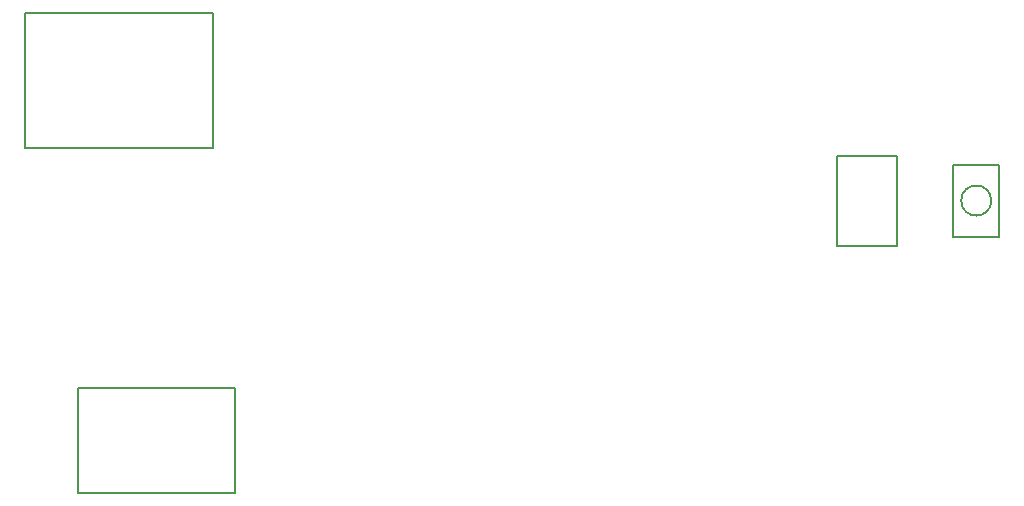
<source format=gbr>
%TF.GenerationSoftware,KiCad,Pcbnew,(5.1.2)-1*%
%TF.CreationDate,2020-03-11T09:00:43+01:00*%
%TF.ProjectId,ArduinoShield_SPIlinedriver_Sync_2V0,41726475-696e-46f5-9368-69656c645f53,rev?*%
%TF.SameCoordinates,Original*%
%TF.FileFunction,Drawing*%
%FSLAX46Y46*%
G04 Gerber Fmt 4.6, Leading zero omitted, Abs format (unit mm)*
G04 Created by KiCad (PCBNEW (5.1.2)-1) date 2020-03-11 09:00:43*
%MOMM*%
%LPD*%
G04 APERTURE LIST*
%ADD10C,0.150000*%
G04 APERTURE END LIST*
D10*
X175615600Y-96774000D02*
X175615600Y-90728800D01*
X179476400Y-96774000D02*
X179476400Y-90728800D01*
X175615600Y-96774000D02*
X179476400Y-96774000D01*
X178816000Y-93726000D02*
G75*
G03X178816000Y-93726000I-1270000J0D01*
G01*
X175615600Y-90728800D02*
X179476400Y-90728800D01*
X165735000Y-97536000D02*
X165735000Y-89916000D01*
X170815000Y-97536000D02*
X165735000Y-97536000D01*
X170815000Y-89916000D02*
X170815000Y-97536000D01*
X165735000Y-89916000D02*
X170815000Y-89916000D01*
X97028000Y-89281000D02*
X97028000Y-77851000D01*
X112903000Y-89281000D02*
X97028000Y-89281000D01*
X112903000Y-77851000D02*
X112903000Y-89281000D01*
X97028000Y-77851000D02*
X112903000Y-77851000D01*
X101473000Y-118491000D02*
X101473000Y-109601000D01*
X114808000Y-118491000D02*
X101473000Y-118491000D01*
X114808000Y-109601000D02*
X114808000Y-118491000D01*
X101473000Y-109601000D02*
X114808000Y-109601000D01*
M02*

</source>
